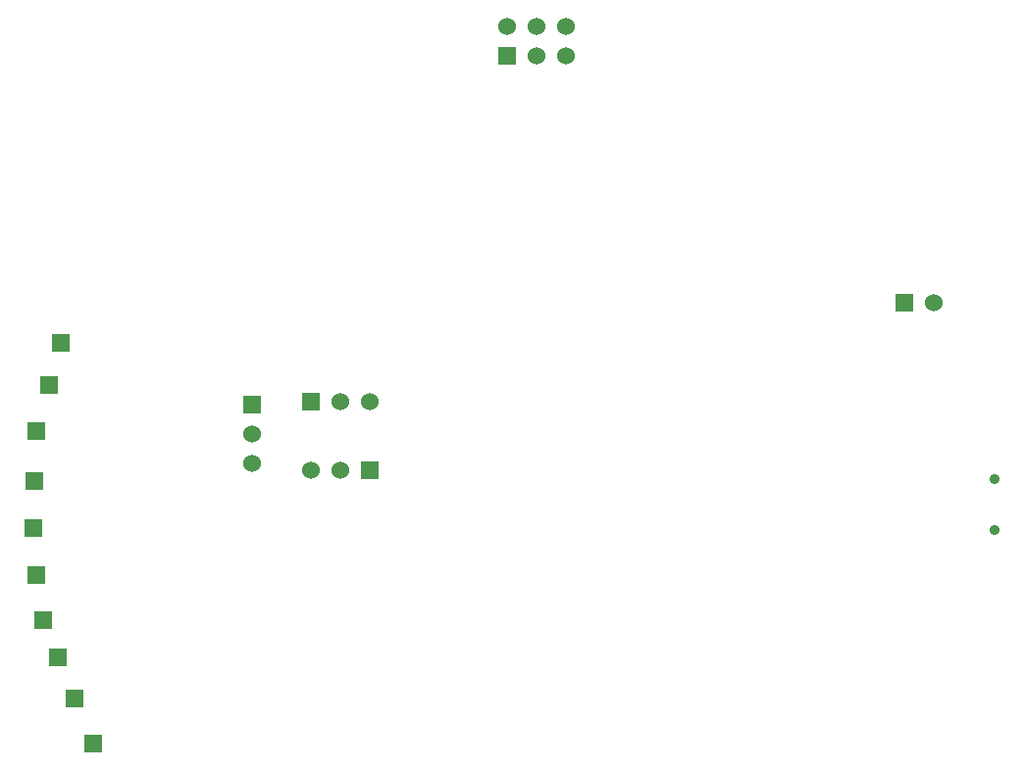
<source format=gbs>
G04 (created by PCBNEW (2013-07-07 BZR 4022)-stable) date 4/28/2015 8:48:13 PM*
%MOIN*%
G04 Gerber Fmt 3.4, Leading zero omitted, Abs format*
%FSLAX34Y34*%
G01*
G70*
G90*
G04 APERTURE LIST*
%ADD10C,0.00590551*%
%ADD11C,0.0354*%
%ADD12R,0.06X0.06*%
%ADD13C,0.06*%
G04 APERTURE END LIST*
G54D10*
G54D11*
X94715Y-42166D03*
X94715Y-40434D03*
G54D12*
X78150Y-26050D03*
G54D13*
X78150Y-25050D03*
X79150Y-26050D03*
X79150Y-25050D03*
X80150Y-26050D03*
X80150Y-25050D03*
G54D12*
X91650Y-34450D03*
G54D13*
X92650Y-34450D03*
G54D12*
X69500Y-37900D03*
G54D13*
X69500Y-38900D03*
X69500Y-39900D03*
G54D12*
X71500Y-37800D03*
G54D13*
X72500Y-37800D03*
X73500Y-37800D03*
G54D12*
X73500Y-40150D03*
G54D13*
X72500Y-40150D03*
X71500Y-40150D03*
G54D12*
X62150Y-43700D03*
X62400Y-45250D03*
X63450Y-47900D03*
X64100Y-49450D03*
X63000Y-35800D03*
X62600Y-37250D03*
X62100Y-40500D03*
X62050Y-42100D03*
X62150Y-38800D03*
X62900Y-46500D03*
M02*

</source>
